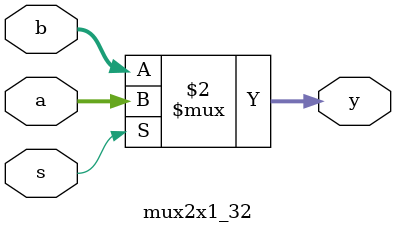
<source format=v>
`timescale 1ns / 1ps


module mux2x1_32(
	input wire [31:0] a,
	input wire [31:0] b,
	input wire s,
	output wire [31:0] y
    );

	assign y = (s == 1)? a : b;
endmodule

</source>
